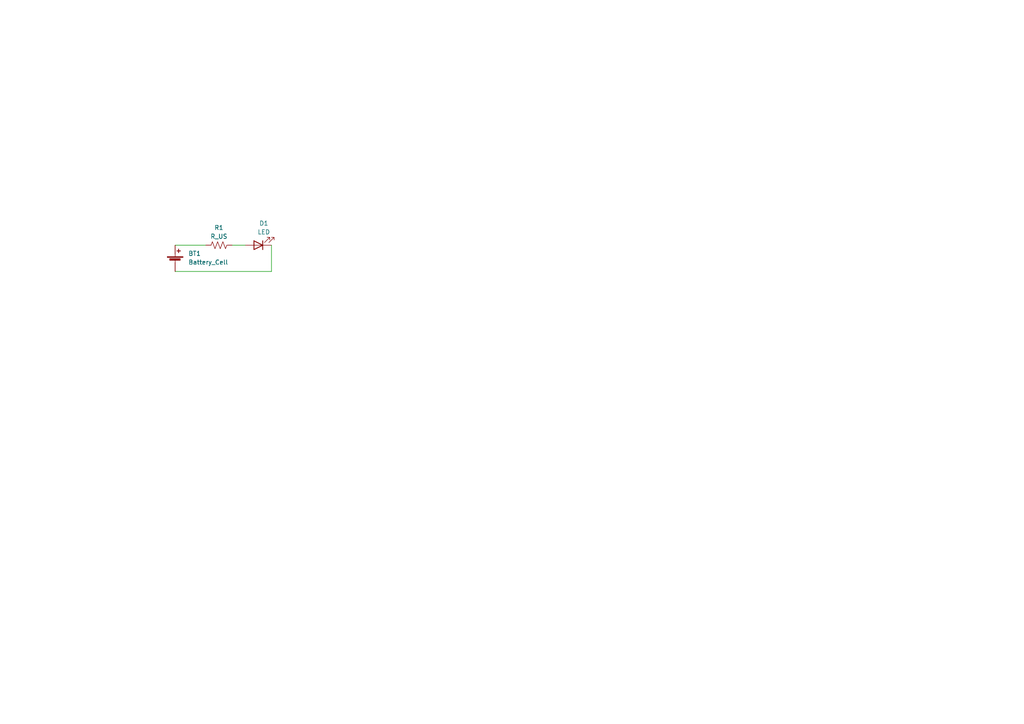
<source format=kicad_sch>
(kicad_sch (version 20230121) (generator eeschema)
  (paper "A4")
  (lib_symbols
    (symbol "Device:Battery_Cell" (pin_numbers hide) (pin_names (offset 0) hide)
      (property "Reference" "BT" (at 2.54 2.54 0))
      (property "Value" "Battery_Cell" (at 2.54 0 0))
      (symbol "Battery_Cell_0_1"
        (rectangle (start -2.286 1.778) (end 2.286 1.524) (fill (type outline)))
        (rectangle (start -1.5748 1.1938) (end 1.4732 0.6858) (fill (type outline)))
        (polyline (pts (xy 0 0.762) (xy 0 0)))
        (polyline (pts (xy 0 1.778) (xy 0 2.54)))
        (polyline (pts (xy 0.508 3.429) (xy 1.524 3.429)) (stroke (width 0.254)))
        (polyline (pts (xy 1.016 3.937) (xy 1.016 2.921)) (stroke (width 0.254)))
      )
      (symbol "Battery_Cell_1_1"
        (pin passive line (at 0 5.08 270) (length 2.54) (name "+") (number "1"))
        (pin passive line (at 0 -2.54 90) (length 2.54) (name "-") (number "2"))
      )
    )
    (symbol "Device:LED" (pin_numbers hide) (pin_names (offset 1.016) hide)
      (property "Reference" "D" (at 0 2.54 0))
      (property "Value" "LED" (at 0 -2.54 0))
      (symbol "LED_0_1"
        (polyline (pts (xy -1.27 -1.27) (xy -1.27 1.27)) (stroke (width 0.254)))
        (polyline (pts (xy -1.27 0) (xy 1.27 0)))
        (polyline (pts (xy 1.27 -1.27) (xy 1.27 1.27) (xy -1.27 0) (xy 1.27 -1.27)) (stroke (width 0.254)))
        (polyline (pts (xy -3.048 -0.762) (xy -4.572 -2.286) (xy -3.81 -2.286) (xy -4.572 -2.286) (xy -4.572 -1.524)))
        (polyline (pts (xy -1.778 -0.762) (xy -3.302 -2.286) (xy -2.54 -2.286) (xy -3.302 -2.286) (xy -3.302 -1.524)))
      )
      (symbol "LED_1_1"
        (pin passive line (at -3.81 0 0) (length 2.54) (name "K") (number "1"))
        (pin passive line (at 3.81 0 180) (length 2.54) (name "A") (number "2"))
      )
    )
    (symbol "Device:R_US" (pin_numbers hide) (pin_names (offset 0))
      (property "Reference" "R" (at 2.54 0 90))
      (property "Value" "R_US" (at -2.54 0 90))
      (symbol "R_US_0_1"
        (polyline (pts (xy 0 -2.286) (xy 0 -2.54)))
        (polyline (pts (xy 0 2.286) (xy 0 2.54)))
        (polyline (pts (xy 0 -0.762) (xy 1.016 -1.143) (xy 0 -1.524) (xy -1.016 -1.905) (xy 0 -2.286)))
        (polyline (pts (xy 0 0.762) (xy 1.016 0.381) (xy 0 0) (xy -1.016 -0.381) (xy 0 -0.762)))
        (polyline (pts (xy 0 2.286) (xy 1.016 1.905) (xy 0 1.524) (xy -1.016 1.143) (xy 0 0.762)))
      )
      (symbol "R_US_1_1"
        (pin passive line (at 0 3.81 270) (length 1.27) (name "~") (number "1"))
        (pin passive line (at 0 -3.81 90) (length 1.27) (name "~") (number "2"))
      )
    )
  )
  (wire (pts (xy 67.31 71.12) (xy 71.12 71.12)))
  (wire (pts (xy 78.74 71.12) (xy 78.74 78.74)))
  (wire (pts (xy 50.8 71.12) (xy 59.69 71.12)))
  (wire (pts (xy 78.74 78.74) (xy 50.8 78.74)))
  (symbol (lib_id "Device:R_US") (at 63.5 71.12 90) (unit 1)
    (property "Reference" "R1" (at 63.5 66.04 90))
    (property "Value" "R_US" (at 63.5 68.58 90))
    (property "Footprint" "Resistor_THT:R_Axial_DIN0309_L9.0mm_D3.2mm_P12.70mm_Horizontal" (effects hide))
  )
  (symbol (lib_id "Device:Battery_Cell") (at 50.8 76.2 0) (unit 1)
    (property "Reference" "BT1" (at 54.61 73.533 0) (effects (justify left)))
    (property "Value" "Battery_Cell" (at 54.61 76.073 0) (effects (justify left)))
    (property "Footprint" "Battery:BatteryHolder_Keystone_1058_1x2032" (effects hide))
  )
  (symbol (lib_id "Device:LED") (at 74.93 71.12 180) (unit 1)
    (property "Reference" "D1" (at 76.5175 64.77 0))
    (property "Value" "LED" (at 76.5175 67.31 0))
    (property "Footprint" "LED_THT:LED_D5.0mm" (effects hide))
  )
)
</source>
